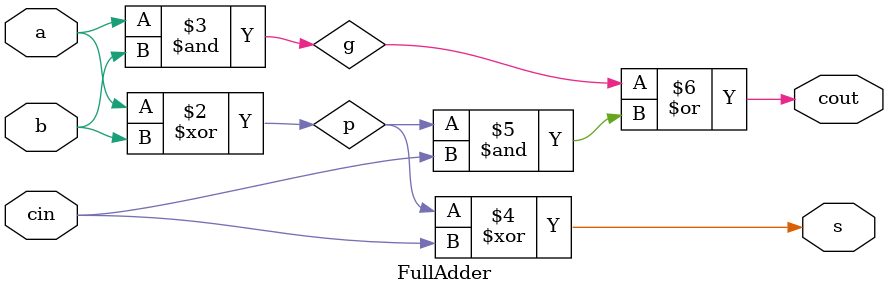
<source format=sv>
module FullAdder
	(input logic a, b, cin,
	output logic s, cout);
	
	logic p, g;
	
	always_comb
	begin
		p = a ^ b;
		g = a & b;
		
		s = p ^ cin;
		cout = g | (p & cin);
	end

endmodule

</source>
